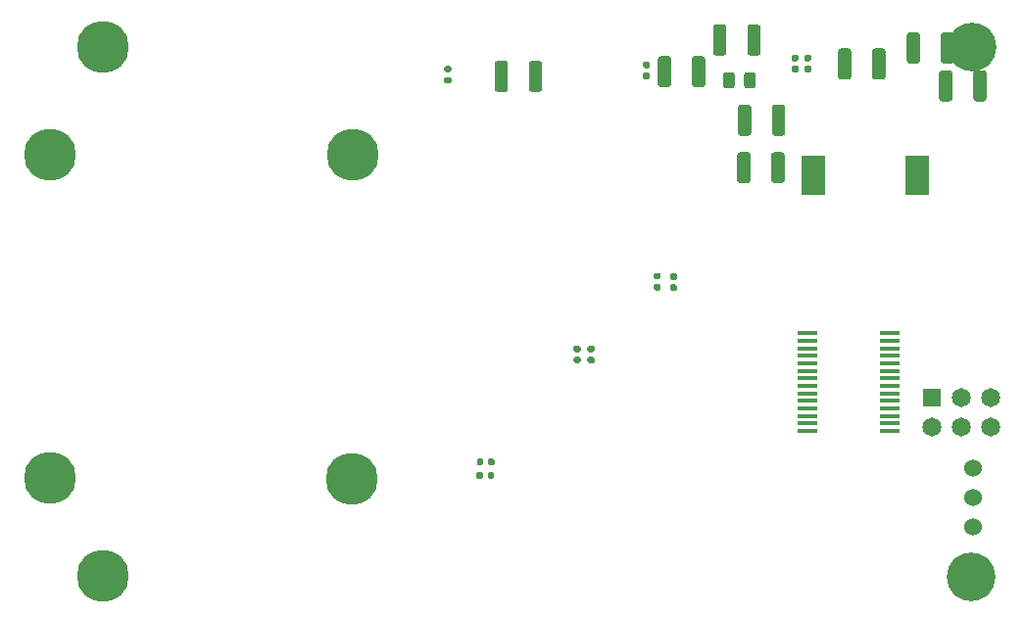
<source format=gbs>
%TF.GenerationSoftware,KiCad,Pcbnew,(5.1.10)-1*%
%TF.CreationDate,2021-07-14T15:21:17-07:00*%
%TF.ProjectId,laser,6c617365-722e-46b6-9963-61645f706362,rev?*%
%TF.SameCoordinates,Original*%
%TF.FileFunction,Soldermask,Bot*%
%TF.FilePolarity,Negative*%
%FSLAX46Y46*%
G04 Gerber Fmt 4.6, Leading zero omitted, Abs format (unit mm)*
G04 Created by KiCad (PCBNEW (5.1.10)-1) date 2021-07-14 15:21:17*
%MOMM*%
%LPD*%
G01*
G04 APERTURE LIST*
%ADD10C,4.200000*%
%ADD11C,4.500000*%
%ADD12C,1.650000*%
%ADD13R,1.650000X1.650000*%
%ADD14R,1.800000X0.450000*%
%ADD15R,2.000000X3.500000*%
%ADD16C,1.524000*%
G04 APERTURE END LIST*
D10*
%TO.C,REF\u002A\u002A*%
X205841600Y-129700000D03*
%TD*%
%TO.C,REF\u002A\u002A*%
X205867000Y-83903800D03*
%TD*%
D11*
%TO.C,REF\u002A\u002A*%
X126263400Y-93225600D03*
%TD*%
%TO.C,REF\u002A\u002A*%
X152374600Y-93200200D03*
%TD*%
%TO.C,REF\u002A\u002A*%
X152298400Y-121267200D03*
%TD*%
%TO.C,REF\u002A\u002A*%
X126263400Y-121165600D03*
%TD*%
%TO.C,REF\u002A\u002A*%
X130835400Y-129674600D03*
%TD*%
%TO.C,REF\u002A\u002A*%
X130830000Y-83930000D03*
%TD*%
D12*
%TO.C,J601*%
X207500000Y-116780000D03*
X204960000Y-116780000D03*
X202420000Y-116780000D03*
X207500000Y-114240000D03*
X204960000Y-114240000D03*
D13*
X202420000Y-114240000D03*
%TD*%
%TO.C,R202*%
G36*
G01*
X186180000Y-87250002D02*
X186180000Y-86349998D01*
G75*
G02*
X186429998Y-86100000I249998J0D01*
G01*
X186955002Y-86100000D01*
G75*
G02*
X187205000Y-86349998I0J-249998D01*
G01*
X187205000Y-87250002D01*
G75*
G02*
X186955002Y-87500000I-249998J0D01*
G01*
X186429998Y-87500000D01*
G75*
G02*
X186180000Y-87250002I0J249998D01*
G01*
G37*
G36*
G01*
X184355000Y-87250002D02*
X184355000Y-86349998D01*
G75*
G02*
X184604998Y-86100000I249998J0D01*
G01*
X185130002Y-86100000D01*
G75*
G02*
X185380000Y-86349998I0J-249998D01*
G01*
X185380000Y-87250002D01*
G75*
G02*
X185130002Y-87500000I-249998J0D01*
G01*
X184604998Y-87500000D01*
G75*
G02*
X184355000Y-87250002I0J249998D01*
G01*
G37*
%TD*%
%TO.C,C211*%
G36*
G01*
X188615000Y-91350001D02*
X188615000Y-89149999D01*
G75*
G02*
X188864999Y-88900000I249999J0D01*
G01*
X189515001Y-88900000D01*
G75*
G02*
X189765000Y-89149999I0J-249999D01*
G01*
X189765000Y-91350001D01*
G75*
G02*
X189515001Y-91600000I-249999J0D01*
G01*
X188864999Y-91600000D01*
G75*
G02*
X188615000Y-91350001I0J249999D01*
G01*
G37*
G36*
G01*
X185665000Y-91350001D02*
X185665000Y-89149999D01*
G75*
G02*
X185914999Y-88900000I249999J0D01*
G01*
X186565001Y-88900000D01*
G75*
G02*
X186815000Y-89149999I0J-249999D01*
G01*
X186815000Y-91350001D01*
G75*
G02*
X186565001Y-91600000I-249999J0D01*
G01*
X185914999Y-91600000D01*
G75*
G02*
X185665000Y-91350001I0J249999D01*
G01*
G37*
%TD*%
%TO.C,C209*%
G36*
G01*
X186755000Y-93249999D02*
X186755000Y-95450001D01*
G75*
G02*
X186505001Y-95700000I-249999J0D01*
G01*
X185854999Y-95700000D01*
G75*
G02*
X185605000Y-95450001I0J249999D01*
G01*
X185605000Y-93249999D01*
G75*
G02*
X185854999Y-93000000I249999J0D01*
G01*
X186505001Y-93000000D01*
G75*
G02*
X186755000Y-93249999I0J-249999D01*
G01*
G37*
G36*
G01*
X189705000Y-93249999D02*
X189705000Y-95450001D01*
G75*
G02*
X189455001Y-95700000I-249999J0D01*
G01*
X188804999Y-95700000D01*
G75*
G02*
X188555000Y-95450001I0J249999D01*
G01*
X188555000Y-93249999D01*
G75*
G02*
X188804999Y-93000000I249999J0D01*
G01*
X189455001Y-93000000D01*
G75*
G02*
X189705000Y-93249999I0J-249999D01*
G01*
G37*
%TD*%
%TO.C,C208*%
G36*
G01*
X186470000Y-84420001D02*
X186470000Y-82219999D01*
G75*
G02*
X186719999Y-81970000I249999J0D01*
G01*
X187370001Y-81970000D01*
G75*
G02*
X187620000Y-82219999I0J-249999D01*
G01*
X187620000Y-84420001D01*
G75*
G02*
X187370001Y-84670000I-249999J0D01*
G01*
X186719999Y-84670000D01*
G75*
G02*
X186470000Y-84420001I0J249999D01*
G01*
G37*
G36*
G01*
X183520000Y-84420001D02*
X183520000Y-82219999D01*
G75*
G02*
X183769999Y-81970000I249999J0D01*
G01*
X184420001Y-81970000D01*
G75*
G02*
X184670000Y-82219999I0J-249999D01*
G01*
X184670000Y-84420001D01*
G75*
G02*
X184420001Y-84670000I-249999J0D01*
G01*
X183769999Y-84670000D01*
G75*
G02*
X183520000Y-84420001I0J249999D01*
G01*
G37*
%TD*%
%TO.C,C204*%
G36*
G01*
X204200000Y-86179999D02*
X204200000Y-88380001D01*
G75*
G02*
X203950001Y-88630000I-249999J0D01*
G01*
X203299999Y-88630000D01*
G75*
G02*
X203050000Y-88380001I0J249999D01*
G01*
X203050000Y-86179999D01*
G75*
G02*
X203299999Y-85930000I249999J0D01*
G01*
X203950001Y-85930000D01*
G75*
G02*
X204200000Y-86179999I0J-249999D01*
G01*
G37*
G36*
G01*
X207150000Y-86179999D02*
X207150000Y-88380001D01*
G75*
G02*
X206900001Y-88630000I-249999J0D01*
G01*
X206249999Y-88630000D01*
G75*
G02*
X206000000Y-88380001I0J249999D01*
G01*
X206000000Y-86179999D01*
G75*
G02*
X206249999Y-85930000I249999J0D01*
G01*
X206900001Y-85930000D01*
G75*
G02*
X207150000Y-86179999I0J-249999D01*
G01*
G37*
%TD*%
%TO.C,C202*%
G36*
G01*
X195460000Y-84289999D02*
X195460000Y-86490001D01*
G75*
G02*
X195210001Y-86740000I-249999J0D01*
G01*
X194559999Y-86740000D01*
G75*
G02*
X194310000Y-86490001I0J249999D01*
G01*
X194310000Y-84289999D01*
G75*
G02*
X194559999Y-84040000I249999J0D01*
G01*
X195210001Y-84040000D01*
G75*
G02*
X195460000Y-84289999I0J-249999D01*
G01*
G37*
G36*
G01*
X198410000Y-84289999D02*
X198410000Y-86490001D01*
G75*
G02*
X198160001Y-86740000I-249999J0D01*
G01*
X197509999Y-86740000D01*
G75*
G02*
X197260000Y-86490001I0J249999D01*
G01*
X197260000Y-84289999D01*
G75*
G02*
X197509999Y-84040000I249999J0D01*
G01*
X198160001Y-84040000D01*
G75*
G02*
X198410000Y-84289999I0J-249999D01*
G01*
G37*
%TD*%
%TO.C,C201*%
G36*
G01*
X203200000Y-85100001D02*
X203200000Y-82899999D01*
G75*
G02*
X203449999Y-82650000I249999J0D01*
G01*
X204100001Y-82650000D01*
G75*
G02*
X204350000Y-82899999I0J-249999D01*
G01*
X204350000Y-85100001D01*
G75*
G02*
X204100001Y-85350000I-249999J0D01*
G01*
X203449999Y-85350000D01*
G75*
G02*
X203200000Y-85100001I0J249999D01*
G01*
G37*
G36*
G01*
X200250000Y-85100001D02*
X200250000Y-82899999D01*
G75*
G02*
X200499999Y-82650000I249999J0D01*
G01*
X201150001Y-82650000D01*
G75*
G02*
X201400000Y-82899999I0J-249999D01*
G01*
X201400000Y-85100001D01*
G75*
G02*
X201150001Y-85350000I-249999J0D01*
G01*
X200499999Y-85350000D01*
G75*
G02*
X200250000Y-85100001I0J249999D01*
G01*
G37*
%TD*%
%TO.C,C505*%
G36*
G01*
X171600000Y-109740000D02*
X171940000Y-109740000D01*
G75*
G02*
X172080000Y-109880000I0J-140000D01*
G01*
X172080000Y-110160000D01*
G75*
G02*
X171940000Y-110300000I-140000J0D01*
G01*
X171600000Y-110300000D01*
G75*
G02*
X171460000Y-110160000I0J140000D01*
G01*
X171460000Y-109880000D01*
G75*
G02*
X171600000Y-109740000I140000J0D01*
G01*
G37*
G36*
G01*
X171600000Y-110700000D02*
X171940000Y-110700000D01*
G75*
G02*
X172080000Y-110840000I0J-140000D01*
G01*
X172080000Y-111120000D01*
G75*
G02*
X171940000Y-111260000I-140000J0D01*
G01*
X171600000Y-111260000D01*
G75*
G02*
X171460000Y-111120000I0J140000D01*
G01*
X171460000Y-110840000D01*
G75*
G02*
X171600000Y-110700000I140000J0D01*
G01*
G37*
%TD*%
%TO.C,C506*%
G36*
G01*
X178530000Y-104400000D02*
X178870000Y-104400000D01*
G75*
G02*
X179010000Y-104540000I0J-140000D01*
G01*
X179010000Y-104820000D01*
G75*
G02*
X178870000Y-104960000I-140000J0D01*
G01*
X178530000Y-104960000D01*
G75*
G02*
X178390000Y-104820000I0J140000D01*
G01*
X178390000Y-104540000D01*
G75*
G02*
X178530000Y-104400000I140000J0D01*
G01*
G37*
G36*
G01*
X178530000Y-103440000D02*
X178870000Y-103440000D01*
G75*
G02*
X179010000Y-103580000I0J-140000D01*
G01*
X179010000Y-103860000D01*
G75*
G02*
X178870000Y-104000000I-140000J0D01*
G01*
X178530000Y-104000000D01*
G75*
G02*
X178390000Y-103860000I0J140000D01*
G01*
X178390000Y-103580000D01*
G75*
G02*
X178530000Y-103440000I140000J0D01*
G01*
G37*
%TD*%
%TO.C,C206*%
G36*
G01*
X190770000Y-85150000D02*
X190430000Y-85150000D01*
G75*
G02*
X190290000Y-85010000I0J140000D01*
G01*
X190290000Y-84730000D01*
G75*
G02*
X190430000Y-84590000I140000J0D01*
G01*
X190770000Y-84590000D01*
G75*
G02*
X190910000Y-84730000I0J-140000D01*
G01*
X190910000Y-85010000D01*
G75*
G02*
X190770000Y-85150000I-140000J0D01*
G01*
G37*
G36*
G01*
X190770000Y-86110000D02*
X190430000Y-86110000D01*
G75*
G02*
X190290000Y-85970000I0J140000D01*
G01*
X190290000Y-85690000D01*
G75*
G02*
X190430000Y-85550000I140000J0D01*
G01*
X190770000Y-85550000D01*
G75*
G02*
X190910000Y-85690000I0J-140000D01*
G01*
X190910000Y-85970000D01*
G75*
G02*
X190770000Y-86110000I-140000J0D01*
G01*
G37*
%TD*%
%TO.C,C210*%
G36*
G01*
X191870000Y-86110000D02*
X191530000Y-86110000D01*
G75*
G02*
X191390000Y-85970000I0J140000D01*
G01*
X191390000Y-85690000D01*
G75*
G02*
X191530000Y-85550000I140000J0D01*
G01*
X191870000Y-85550000D01*
G75*
G02*
X192010000Y-85690000I0J-140000D01*
G01*
X192010000Y-85970000D01*
G75*
G02*
X191870000Y-86110000I-140000J0D01*
G01*
G37*
G36*
G01*
X191870000Y-85150000D02*
X191530000Y-85150000D01*
G75*
G02*
X191390000Y-85010000I0J140000D01*
G01*
X191390000Y-84730000D01*
G75*
G02*
X191530000Y-84590000I140000J0D01*
G01*
X191870000Y-84590000D01*
G75*
G02*
X192010000Y-84730000I0J-140000D01*
G01*
X192010000Y-85010000D01*
G75*
G02*
X191870000Y-85150000I-140000J0D01*
G01*
G37*
%TD*%
%TO.C,C307*%
G36*
G01*
X160760000Y-86110000D02*
X160420000Y-86110000D01*
G75*
G02*
X160280000Y-85970000I0J140000D01*
G01*
X160280000Y-85690000D01*
G75*
G02*
X160420000Y-85550000I140000J0D01*
G01*
X160760000Y-85550000D01*
G75*
G02*
X160900000Y-85690000I0J-140000D01*
G01*
X160900000Y-85970000D01*
G75*
G02*
X160760000Y-86110000I-140000J0D01*
G01*
G37*
G36*
G01*
X160760000Y-87070000D02*
X160420000Y-87070000D01*
G75*
G02*
X160280000Y-86930000I0J140000D01*
G01*
X160280000Y-86650000D01*
G75*
G02*
X160420000Y-86510000I140000J0D01*
G01*
X160760000Y-86510000D01*
G75*
G02*
X160900000Y-86650000I0J-140000D01*
G01*
X160900000Y-86930000D01*
G75*
G02*
X160760000Y-87070000I-140000J0D01*
G01*
G37*
%TD*%
%TO.C,C308*%
G36*
G01*
X177930000Y-85740000D02*
X177590000Y-85740000D01*
G75*
G02*
X177450000Y-85600000I0J140000D01*
G01*
X177450000Y-85320000D01*
G75*
G02*
X177590000Y-85180000I140000J0D01*
G01*
X177930000Y-85180000D01*
G75*
G02*
X178070000Y-85320000I0J-140000D01*
G01*
X178070000Y-85600000D01*
G75*
G02*
X177930000Y-85740000I-140000J0D01*
G01*
G37*
G36*
G01*
X177930000Y-86700000D02*
X177590000Y-86700000D01*
G75*
G02*
X177450000Y-86560000I0J140000D01*
G01*
X177450000Y-86280000D01*
G75*
G02*
X177590000Y-86140000I140000J0D01*
G01*
X177930000Y-86140000D01*
G75*
G02*
X178070000Y-86280000I0J-140000D01*
G01*
X178070000Y-86560000D01*
G75*
G02*
X177930000Y-86700000I-140000J0D01*
G01*
G37*
%TD*%
%TO.C,C403*%
G36*
G01*
X164630000Y-119620000D02*
X164630000Y-119960000D01*
G75*
G02*
X164490000Y-120100000I-140000J0D01*
G01*
X164210000Y-120100000D01*
G75*
G02*
X164070000Y-119960000I0J140000D01*
G01*
X164070000Y-119620000D01*
G75*
G02*
X164210000Y-119480000I140000J0D01*
G01*
X164490000Y-119480000D01*
G75*
G02*
X164630000Y-119620000I0J-140000D01*
G01*
G37*
G36*
G01*
X163670000Y-119620000D02*
X163670000Y-119960000D01*
G75*
G02*
X163530000Y-120100000I-140000J0D01*
G01*
X163250000Y-120100000D01*
G75*
G02*
X163110000Y-119960000I0J140000D01*
G01*
X163110000Y-119620000D01*
G75*
G02*
X163250000Y-119480000I140000J0D01*
G01*
X163530000Y-119480000D01*
G75*
G02*
X163670000Y-119620000I0J-140000D01*
G01*
G37*
%TD*%
%TO.C,C404*%
G36*
G01*
X163640000Y-120780000D02*
X163640000Y-121120000D01*
G75*
G02*
X163500000Y-121260000I-140000J0D01*
G01*
X163220000Y-121260000D01*
G75*
G02*
X163080000Y-121120000I0J140000D01*
G01*
X163080000Y-120780000D01*
G75*
G02*
X163220000Y-120640000I140000J0D01*
G01*
X163500000Y-120640000D01*
G75*
G02*
X163640000Y-120780000I0J-140000D01*
G01*
G37*
G36*
G01*
X164600000Y-120780000D02*
X164600000Y-121120000D01*
G75*
G02*
X164460000Y-121260000I-140000J0D01*
G01*
X164180000Y-121260000D01*
G75*
G02*
X164040000Y-121120000I0J140000D01*
G01*
X164040000Y-120780000D01*
G75*
G02*
X164180000Y-120640000I140000J0D01*
G01*
X164460000Y-120640000D01*
G75*
G02*
X164600000Y-120780000I0J-140000D01*
G01*
G37*
%TD*%
%TO.C,C504*%
G36*
G01*
X172800000Y-109750000D02*
X173140000Y-109750000D01*
G75*
G02*
X173280000Y-109890000I0J-140000D01*
G01*
X173280000Y-110170000D01*
G75*
G02*
X173140000Y-110310000I-140000J0D01*
G01*
X172800000Y-110310000D01*
G75*
G02*
X172660000Y-110170000I0J140000D01*
G01*
X172660000Y-109890000D01*
G75*
G02*
X172800000Y-109750000I140000J0D01*
G01*
G37*
G36*
G01*
X172800000Y-110710000D02*
X173140000Y-110710000D01*
G75*
G02*
X173280000Y-110850000I0J-140000D01*
G01*
X173280000Y-111130000D01*
G75*
G02*
X173140000Y-111270000I-140000J0D01*
G01*
X172800000Y-111270000D01*
G75*
G02*
X172660000Y-111130000I0J140000D01*
G01*
X172660000Y-110850000D01*
G75*
G02*
X172800000Y-110710000I140000J0D01*
G01*
G37*
%TD*%
%TO.C,C507*%
G36*
G01*
X179930000Y-103490000D02*
X180270000Y-103490000D01*
G75*
G02*
X180410000Y-103630000I0J-140000D01*
G01*
X180410000Y-103910000D01*
G75*
G02*
X180270000Y-104050000I-140000J0D01*
G01*
X179930000Y-104050000D01*
G75*
G02*
X179790000Y-103910000I0J140000D01*
G01*
X179790000Y-103630000D01*
G75*
G02*
X179930000Y-103490000I140000J0D01*
G01*
G37*
G36*
G01*
X179930000Y-104450000D02*
X180270000Y-104450000D01*
G75*
G02*
X180410000Y-104590000I0J-140000D01*
G01*
X180410000Y-104870000D01*
G75*
G02*
X180270000Y-105010000I-140000J0D01*
G01*
X179930000Y-105010000D01*
G75*
G02*
X179790000Y-104870000I0J140000D01*
G01*
X179790000Y-104590000D01*
G75*
G02*
X179930000Y-104450000I140000J0D01*
G01*
G37*
%TD*%
D14*
%TO.C,IC602*%
X191640000Y-117115000D03*
X191640000Y-116465000D03*
X191640000Y-115815000D03*
X191640000Y-115165000D03*
X191640000Y-114515000D03*
X191640000Y-113865000D03*
X191640000Y-113215000D03*
X191640000Y-112565000D03*
X191640000Y-111915000D03*
X191640000Y-111265000D03*
X191640000Y-110615000D03*
X191640000Y-109965000D03*
X191640000Y-109315000D03*
X191640000Y-108665000D03*
X198740000Y-108665000D03*
X198740000Y-109315000D03*
X198740000Y-109965000D03*
X198740000Y-110615000D03*
X198740000Y-111265000D03*
X198740000Y-111915000D03*
X198740000Y-112565000D03*
X198740000Y-113215000D03*
X198740000Y-113865000D03*
X198740000Y-114515000D03*
X198740000Y-115165000D03*
X198740000Y-115815000D03*
X198740000Y-116465000D03*
X198740000Y-117115000D03*
%TD*%
D15*
%TO.C,L201*%
X201160000Y-94970000D03*
X192160000Y-94970000D03*
%TD*%
D16*
%TO.C,U101*%
X206000000Y-120320000D03*
X206000000Y-122860000D03*
X206000000Y-125400000D03*
%TD*%
%TO.C,C305*%
G36*
G01*
X168750000Y-85359999D02*
X168750000Y-87560001D01*
G75*
G02*
X168500001Y-87810000I-249999J0D01*
G01*
X167849999Y-87810000D01*
G75*
G02*
X167600000Y-87560001I0J249999D01*
G01*
X167600000Y-85359999D01*
G75*
G02*
X167849999Y-85110000I249999J0D01*
G01*
X168500001Y-85110000D01*
G75*
G02*
X168750000Y-85359999I0J-249999D01*
G01*
G37*
G36*
G01*
X165800000Y-85359999D02*
X165800000Y-87560001D01*
G75*
G02*
X165550001Y-87810000I-249999J0D01*
G01*
X164899999Y-87810000D01*
G75*
G02*
X164650000Y-87560001I0J249999D01*
G01*
X164650000Y-85359999D01*
G75*
G02*
X164899999Y-85110000I249999J0D01*
G01*
X165550001Y-85110000D01*
G75*
G02*
X165800000Y-85359999I0J-249999D01*
G01*
G37*
%TD*%
%TO.C,C306*%
G36*
G01*
X179890000Y-84949999D02*
X179890000Y-87150001D01*
G75*
G02*
X179640001Y-87400000I-249999J0D01*
G01*
X178989999Y-87400000D01*
G75*
G02*
X178740000Y-87150001I0J249999D01*
G01*
X178740000Y-84949999D01*
G75*
G02*
X178989999Y-84700000I249999J0D01*
G01*
X179640001Y-84700000D01*
G75*
G02*
X179890000Y-84949999I0J-249999D01*
G01*
G37*
G36*
G01*
X182840000Y-84949999D02*
X182840000Y-87150001D01*
G75*
G02*
X182590001Y-87400000I-249999J0D01*
G01*
X181939999Y-87400000D01*
G75*
G02*
X181690000Y-87150001I0J249999D01*
G01*
X181690000Y-84949999D01*
G75*
G02*
X181939999Y-84700000I249999J0D01*
G01*
X182590001Y-84700000D01*
G75*
G02*
X182840000Y-84949999I0J-249999D01*
G01*
G37*
%TD*%
M02*

</source>
